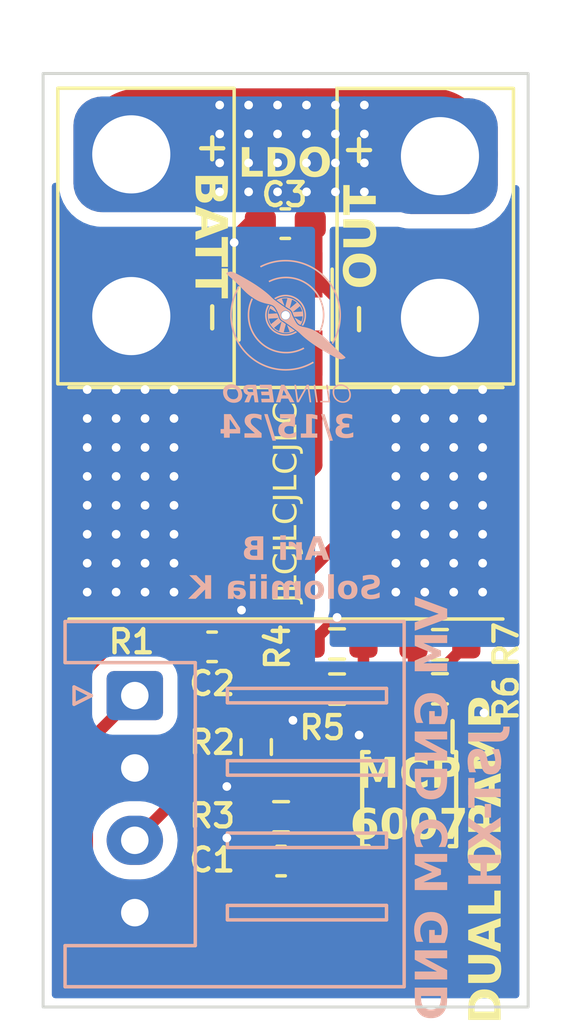
<source format=kicad_pcb>
(kicad_pcb (version 20221018) (generator pcbnew)
  (layers (0 "F.Cu" signal) (31 "B.Cu" signal) (34 "B.Paste" user) (35 "F.Paste" user) (36 "B.SilkS" user "B.Silkscreen") (37 "F.SilkS" user "F.Silkscreen") (38 "B.Mask" user) (39 "F.Mask" user) (44 "Edge.Cuts" user))
  (net 0 "")
  (net 1 "/BATT")
  (net 2 "/GND")
  (net 5 "/3V3")
  (net 6 "/VDIV")
  (net 7 "/GND2")
  (net 8 "/VM")
  (net 9 "/CM")
  (net 10 "Net-(MCP6007T1---Pad2)")
  (net 11 "Net-(MCP6007T1-+-Pad3)")
  (footprint "PMB:Power" (layer "F.Cu") (at 162.307125 84.89819)
    (fp_text reference "OUT1" hide)
    (fp_text value "10AWG_1x02")
    (fp_text user "+" (at -2.286 -2.286 90 unlocked) (layer "F.SilkS") (effects (justify left bottom)))
    (fp_text user "-" (at -2.286 3.556 90 unlocked) (layer "F.SilkS") (effects (justify left bottom)))
    (pad "1" thru_hole roundrect (at 0 -2.794) (size 4 4) (drill 2.7) (layers "*.Cu" "*.Mask") (net 1 "/BATT"))
    (pad "2" thru_hole roundrect (at 0 2.794) (size 4 4) (drill 2.7) (layers "*.Cu" "*.Mask") (net 7 "/GND2"))
  )
  (footprint "Package_SO:TSSOP-8_3x3mm_P0.65mm" (layer "F.Cu") (at 161.243194 104.323104 -90)
    (fp_text reference "MCP6007T1" hide)
    (fp_text value "~")
    (pad "1" smd rect (at -2.15 -0.975 270) (size 1.1 0.4) (layers "F.Cu" "F.Paste" "F.Mask") (net 9 "/CM"))
    (pad "2" smd rect (at -2.15 -0.325 270) (size 1.1 0.4) (layers "F.Cu" "F.Paste" "F.Mask") (net 10 "Net-(MCP6007T1---Pad2)"))
    (pad "3" smd rect (at -2.15 0.325 270) (size 1.1 0.4) (layers "F.Cu" "F.Paste" "F.Mask") (net 11 "Net-(MCP6007T1-+-Pad3)"))
    (pad "4" smd rect (at -2.15 0.975 270) (size 1.1 0.4) (layers "F.Cu" "F.Paste" "F.Mask") (net 2 "/GND"))
    (pad "5" smd rect (at 2.15 0.975 270) (size 1.1 0.4) (layers "F.Cu" "F.Paste" "F.Mask") (net 6 "/VDIV"))
    (pad "6" smd rect (at 2.15 0.325 270) (size 1.1 0.4) (layers "F.Cu" "F.Paste" "F.Mask") (net 8 "/VM"))
    (pad "7" smd rect (at 2.15 -0.325 270) (size 1.1 0.4) (layers "F.Cu" "F.Paste" "F.Mask") (net 8 "/VM"))
    (pad "8" smd rect (at 2.15 -0.975 270) (size 1.1 0.4) (layers "F.Cu" "F.Paste" "F.Mask") (net 5 "/3V3"))
  )
  (footprint "Resistor_SMD:R_0603_1608Metric_Pad0.98x0.95mm_HandSolder" (layer "F.Cu") (at 162.306 100.510296 180)
    (fp_text reference "R6" (at -2.286 -0.327704 90) (layer "F.SilkS") (effects (font (size 0.8 0.8))))
    (fp_text value "10k")
    (pad "1" smd roundrect (at -0.9125 0 180) (size 0.975 0.95) (layers "F.Cu" "F.Paste" "F.Mask") (net 2 "/GND"))
    (pad "2" smd roundrect (at 0.9125 0 180) (size 0.975 0.95) (layers "F.Cu" "F.Paste" "F.Mask") (net 10 "Net-(MCP6007T1---Pad2)"))
  )
  (footprint "Resistor_SMD:R_0603_1608Metric_Pad0.98x0.95mm_HandSolder" (layer "F.Cu") (at 158.75 100.519965 180)
    (fp_text reference "R5" (at 0.508 -1.334035) (layer "F.SilkS") (effects (font (size 0.8 0.8))))
    (fp_text value "620k")
    (pad "1" smd roundrect (at -0.9125 0 180) (size 0.975 0.95) (layers "F.Cu" "F.Paste" "F.Mask") (net 11 "Net-(MCP6007T1-+-Pad3)"))
    (pad "2" smd roundrect (at 0.9125 0 180) (size 0.975 0.95) (layers "F.Cu" "F.Paste" "F.Mask") (net 2 "/GND"))
  )
  (footprint "PMB:6030_15075Metric_Pad4.20x7.60mm_HandSolder" (layer "F.Cu") (at 156.982862 94.099085 180)
    (fp_text reference "R1" (at 5.334 -4.786 unlocked) (layer "F.SilkS") (effects (font (size 0.8 0.8))))
    (fp_text value "0.0002")
    (pad "1" smd roundrect (at -5.334 0 180) (size 4.2 7.6) (layers "F.Cu" "F.Paste" "F.Mask") (roundrect_rratio 0.151515) (net 7 "/GND2"))
    (pad "1" smd roundrect (at -5.334 0) (size 4.2 7.6) (layers "B.Cu" "B.Paste" "B.Mask") (roundrect_rratio 0.151515) (net 7 "/GND2"))
    (pad "2" smd roundrect (at 5.334 0 180) (size 4.2 7.6) (layers "F.Cu" "F.Paste" "F.Mask") (roundrect_rratio 0.151515) (net 2 "/GND"))
    (pad "2" smd roundrect (at 5.334 0) (size 4.2 7.6) (layers "B.Cu" "B.Paste" "B.Mask") (roundrect_rratio 0.151515) (net 2 "/GND"))
  )
  (footprint "Capacitor_SMD:C_0603_1608Metric_Pad1.08x0.95mm_HandSolder" (layer "F.Cu") (at 156.815446 106.462861 180)
    (fp_text reference "C1" (at 2.383446 0.036861 180) (layer "F.SilkS") (effects (font (size 0.8 0.8))))
    (fp_text value "10uF")
    (pad "1" smd roundrect (at -0.8625 0 180) (size 1.075 0.95) (layers "F.Cu" "F.Paste" "F.Mask") (net 6 "/VDIV"))
    (pad "2" smd roundrect (at 0.8625 0 180) (size 1.075 0.95) (layers "F.Cu" "F.Paste" "F.Mask") (net 2 "/GND"))
  )
  (footprint "Resistor_SMD:R_0603_1608Metric_Pad0.98x0.95mm_HandSolder" (layer "F.Cu") (at 155.956 102.522411 -90)
    (fp_text reference "R2" (at -0.160411 1.524) (layer "F.SilkS") (effects (font (size 0.8 0.8))))
    (fp_text value "180k")
    (pad "1" smd roundrect (at -0.9125 0 270) (size 0.975 0.95) (layers "F.Cu" "F.Paste" "F.Mask") (net 1 "/BATT"))
    (pad "2" smd roundrect (at 0.9125 0 270) (size 0.975 0.95) (layers "F.Cu" "F.Paste" "F.Mask") (net 6 "/VDIV"))
  )
  (footprint "Resistor_SMD:R_0603_1608Metric_Pad0.98x0.95mm_HandSolder" (layer "F.Cu") (at 158.75 98.961485)
    (fp_text reference "R4" (at -2.056568 0.098515 -90) (layer "F.SilkS") (effects (font (size 0.8 0.8))))
    (fp_text value "10k")
    (pad "1" smd roundrect (at -0.9125 0) (size 0.975 0.95) (layers "F.Cu" "F.Paste" "F.Mask") (net 7 "/GND2"))
    (pad "2" smd roundrect (at 0.9125 0) (size 0.975 0.95) (layers "F.Cu" "F.Paste" "F.Mask") (net 11 "Net-(MCP6007T1-+-Pad3)"))
  )
  (footprint "Capacitor_SMD:C_0603_1608Metric_Pad1.08x0.95mm_HandSolder" (layer "F.Cu") (at 154.432 99.06 180)
    (fp_text reference "C2" (at 0 -1.27 180) (layer "F.SilkS") (effects (font (size 0.8 0.8))))
    (fp_text value "10uF")
    (pad "1" smd roundrect (at -0.8625 0 180) (size 1.075 0.95) (layers "F.Cu" "F.Paste" "F.Mask") (net 2 "/GND"))
    (pad "2" smd roundrect (at 0.8625 0 180) (size 1.075 0.95) (layers "F.Cu" "F.Paste" "F.Mask") (net 5 "/3V3"))
  )
  (footprint "Capacitor_SMD:C_0603_1608Metric_Pad1.08x0.95mm_HandSolder" (layer "F.Cu") (at 156.961349 84.436857 180)
    (fp_text reference "C3" (at 0.028755 1.002547 180) (layer "F.SilkS") (effects (font (size 0.8 0.8))))
    (fp_text value "1uF")
    (pad "1" smd roundrect (at -0.8625 0 180) (size 1.075 0.95) (layers "F.Cu" "F.Paste" "F.Mask") (net 1 "/BATT"))
    (pad "2" smd roundrect (at 0.8625 0 180) (size 1.075 0.95) (layers "F.Cu" "F.Paste" "F.Mask") (net 2 "/GND"))
  )
  (footprint "Resistor_SMD:R_0603_1608Metric_Pad0.98x0.95mm_HandSolder" (layer "F.Cu") (at 162.306 98.986296)
    (fp_text reference "R7" (at 2.286 0 90) (layer "F.SilkS") (effects (font (size 0.8 0.8))))
    (fp_text value "620k")
    (pad "1" smd roundrect (at -0.9125 0) (size 0.975 0.95) (layers "F.Cu" "F.Paste" "F.Mask") (net 10 "Net-(MCP6007T1---Pad2)"))
    (pad "2" smd roundrect (at 0.9125 0) (size 0.975 0.95) (layers "F.Cu" "F.Paste" "F.Mask") (net 9 "/CM"))
  )
  (footprint "Package_TO_SOT_SMD:SOT-23-5_HandSoldering" (layer "F.Cu") (at 156.970611 87.558619 -90)
    (fp_text reference "AP7387-33W5-1" hide)
    (fp_text value "~")
    (pad "1" smd rect (at -1.35 -0.95 270) (size 1.56 0.65) (layers "F.Cu" "F.Paste" "F.Mask") (net 1 "/BATT"))
    (pad "2" smd rect (at -1.35 0 270) (size 1.56 0.65) (layers "F.Cu" "F.Paste" "F.Mask") (net 2 "/GND"))
    (pad "3" smd rect (at -1.35 0.95 270) (size 1.56 0.65) (layers "F.Cu" "F.Paste" "F.Mask"))
    (pad "4" smd rect (at 1.35 0.95 270) (size 1.56 0.65) (layers "F.Cu" "F.Paste" "F.Mask"))
    (pad "5" smd rect (at 1.35 -0.95 270) (size 1.56 0.65) (layers "F.Cu" "F.Paste" "F.Mask") (net 5 "/3V3"))
  )
  (footprint "PMB:Power" (layer "F.Cu") (at 151.638 84.836 180)
    (fp_text reference "BATT1" hide)
    (fp_text value "10AWG_1x02")
    (fp_text user "+" (at -2.286 2.286 270 unlocked) (layer "F.SilkS") (effects (justify right bottom)))
    (fp_text user "-" (at -2.286 -3.556 270 unlocked) (layer "F.SilkS") (effects (justify right bottom)))
    (pad "1" thru_hole roundrect (at 0 -2.794 180) (size 4 4) (drill 2.7) (layers "*.Cu" "*.Mask") (net 2 "/GND"))
    (pad "2" thru_hole roundrect (at 0 2.794 180) (size 4 4) (drill 2.7) (layers "*.Cu" "*.Mask") (net 1 "/BATT"))
  )
  (footprint "Resistor_SMD:R_0603_1608Metric_Pad0.98x0.95mm_HandSolder" (layer "F.Cu") (at 156.815509 104.933175 180)
    (fp_text reference "R3" (at 2.383509 0.031175 180) (layer "F.SilkS") (effects (font (size 0.8 0.8))))
    (fp_text value "10k")
    (pad "1" smd roundrect (at -0.9125 0 180) (size 0.975 0.95) (layers "F.Cu" "F.Paste" "F.Mask") (net 6 "/VDIV"))
    (pad "2" smd roundrect (at 0.9125 0 180) (size 0.975 0.95) (layers "F.Cu" "F.Paste" "F.Mask") (net 2 "/GND"))
  )
  (footprint "Connector_JST:JST_XH_S4B-XH-A_1x04_P2.50mm_Horizontal" (layer "B.Cu") (at 151.759554 100.745813 -90)
    (fp_text reference "J1" hide)
    (fp_text value "JST_XH_04")
    (pad "1" thru_hole roundrect (at 0 0 270) (size 1.7 1.95) (drill 0.95) (layers "*.Cu" "*.Mask") (roundrect_rratio 0.147059) (net 8 "/VM"))
    (pad "2" thru_hole oval (at 2.5 0 270) (size 1.7 1.95) (drill 0.95) (layers "*.Cu" "*.Mask") (net 2 "/GND"))
    (pad "3" thru_hole oval (at 5 0 270) (size 1.7 1.95) (drill 0.95) (layers "*.Cu" "*.Mask") (net 9 "/CM"))
    (pad "4" thru_hole oval (at 7.5 0 270) (size 1.7 1.95) (drill 0.95) (layers "*.Cu" "*.Mask") (net 2 "/GND"))
  )
  (footprint "LOGO" (layer "B.Cu") (at 157.058943 88.665745 180)
    (fp_text reference "G***" hide)
    (fp_text value "LOGO" hide)
  )
  (gr_rect (start 148.59 79.248) (end 165.354 111.506) (stroke (width 0.1)) (fill none) (layer "Edge.Cuts"))
  (gr_text "Ari B\nSolomiia K" (at 156.972 97.536) (layer "B.SilkS") (effects (font (size 0.8 0.8) (thickness 0.2) bold) (justify bottom mirror)))
  (gr_text "3/15/24" (at 157.029506 91.969741) (layer "B.SilkS") (effects (font (size 0.8 0.8) (thickness 0.16) bold) (justify bottom mirror)))
  (gr_text "VM GND CM GND\nJST-XH" (at 164.592 104.648 90) (layer "B.SilkS") (effects (font (size 1.1 1.1) (thickness 0.22) bold) (justify bottom mirror)))
  (gr_text "JLCJLCJLCJLC" (at 157.48 97.536 90) (layer "F.SilkS") (effects (font (size 0.8 0.8)) (justify left bottom)))
  (gr_text "DUAL OPAMP" (at 164.592 106.426 90) (layer "F.SilkS") (effects (font (size 1.1 1.1) (thickness 0.22) bold) (justify bottom)))
  (gr_text "BATT" (at 153.67 84.836 270) (layer "F.SilkS") (effects (font (size 1.1 1.1) (thickness 0.22) bold) (justify bottom)))
  (gr_text "OUT" (at 160.275125 84.89819 90) (layer "F.SilkS") (effects (font (size 1.1 1.1) (thickness 0.22) bold) (justify bottom)))
  (gr_text "LDO" (at 156.952297 82.981145) (layer "F.SilkS") (effects (font (size 1 1) (thickness 0.2) bold) (justify bottom)))
  (gr_text "MCP\n6007" (at 161.241395 105.875152) (layer "F.SilkS") (effects (font (size 1.05 1.05) (thickness 0.21) bold) (justify bottom)))
  (segment (start 157.920611 86.208619) (end 157.920611 84.533619) (width 0.65) (layer "F.Cu") (net 1))
  (segment (start 156.464 101.101911) (end 156.464 97.79) (width 0.4) (layer "F.Cu") (net 1))
  (segment (start 157.823849 81.851706) (end 157.734 81.761857) (width 0.4) (layer "F.Cu") (net 1))
  (segment (start 162.025857 81.761857) (end 157.734 81.761857) (width 4) (layer "F.Cu") (net 1))
  (segment (start 157.920611 84.533619) (end 157.823849 84.436857) (width 0.65) (layer "F.Cu") (net 1))
  (segment (start 155.956 101.609911) (end 156.464 101.101911) (width 0.4) (layer "F.Cu") (net 1))
  (segment (start 159.004 87.292008) (end 157.920611 86.208619) (width 0.4) (layer "F.Cu") (net 1))
  (segment (start 159.004 95.25) (end 159.004 87.292008) (width 0.4) (layer "F.Cu") (net 1))
  (segment (start 151.918143 81.761857) (end 151.638 82.042) (width 4) (layer "F.Cu") (net 1))
  (segment (start 162.306 82.042) (end 162.025857 81.761857) (width 4) (layer "F.Cu") (net 1))
  (segment (start 157.823849 84.436857) (end 157.823849 81.851706) (width 0.4) (layer "F.Cu") (net 1))
  (segment (start 156.464 97.79) (end 159.004 95.25) (width 0.4) (layer "F.Cu") (net 1))
  (segment (start 157.734 81.761857) (end 151.918143 81.761857) (width 4) (layer "F.Cu") (net 1))
  (via (at 154.693417 83.337912) (size 0.6) (drill 0.3) (layers "F.Cu" "B.Cu") (net 1))
  (via (at 157.693417 83.337912) (size 0.6) (drill 0.3) (layers "F.Cu" "B.Cu") (net 1))
  (via (at 156.693417 81.337912) (size 0.6) (drill 0.3) (layers "F.Cu" "B.Cu") (net 1))
  (via (at 159.693417 80.337912) (size 0.6) (drill 0.3) (layers "F.Cu" "B.Cu") (net 1))
  (via (at 158.693417 80.337912) (size 0.6) (drill 0.3) (layers "F.Cu" "B.Cu") (net 1))
  (via (at 159.693417 83.337912) (size 0.6) (drill 0.3) (layers "F.Cu" "B.Cu") (net 1))
  (via (at 159.693417 81.337912) (size 0.6) (drill 0.3) (layers "F.Cu" "B.Cu") (net 1))
  (via (at 159.693417 82.337912) (size 0.6) (drill 0.3) (layers "F.Cu" "B.Cu") (net 1))
  (via (at 155.693417 80.337912) (size 0.6) (drill 0.3) (layers "F.Cu" "B.Cu") (net 1))
  (via (at 158.693417 82.337912) (size 0.6) (drill 0.3) (layers "F.Cu" "B.Cu") (net 1))
  (via (at 157.693417 80.337912) (size 0.6) (drill 0.3) (layers "F.Cu" "B.Cu") (net 1))
  (via (at 157.693417 82.337912) (size 0.6) (drill 0.3) (layers "F.Cu" "B.Cu") (net 1))
  (via (at 156.693417 82.337912) (size 0.6) (drill 0.3) (layers "F.Cu" "B.Cu") (net 1))
  (via (at 155.693417 82.337912) (size 0.6) (drill 0.3) (layers "F.Cu" "B.Cu") (net 1))
  (via (at 155.693417 81.337912) (size 0.6) (drill 0.3) (layers "F.Cu" "B.Cu") (net 1))
  (via (at 154.693417 80.337912) (size 0.6) (drill 0.3) (layers "F.Cu" "B.Cu") (net 1))
  (via (at 155.693417 83.337912) (size 0.6) (drill 0.3) (layers "F.Cu" "B.Cu") (net 1))
  (via (at 158.693417 81.337912) (size 0.6) (drill 0.3) (layers "F.Cu" "B.Cu") (net 1))
  (via (at 154.693417 82.337912) (size 0.6) (drill 0.3) (layers "F.Cu" "B.Cu") (net 1))
  (via (at 157.693417 81.337912) (size 0.6) (drill 0.3) (layers "F.Cu" "B.Cu") (net 1))
  (via (at 156.693417 80.337912) (size 0.6) (drill 0.3) (layers "F.Cu" "B.Cu") (net 1))
  (via (at 156.693417 83.337912) (size 0.6) (drill 0.3) (layers "F.Cu" "B.Cu") (net 1))
  (via (at 154.693417 81.337912) (size 0.6) (drill 0.3) (layers "F.Cu" "B.Cu") (net 1))
  (via (at 158.693417 83.337912) (size 0.6) (drill 0.3) (layers "F.Cu" "B.Cu") (net 1))
  (segment (start 162.306 82.042) (end 151.638 82.042) (width 4) (layer "B.Cu") (net 1))
  (segment (start 155.2945 97.9435) (end 155.2945 99.06) (width 0.65) (layer "F.Cu") (net 2))
  (segment (start 160.20309 102.108) (end 160.268194 102.173104) (width 0.4) (layer "F.Cu") (net 2))
  (segment (start 154.94 105.664) (end 155.738861 106.462861) (width 0.4) (layer "F.Cu") (net 2))
  (segment (start 157.8375 100.9885) (end 157.8375 100.519965) (width 0.65) (layer "F.Cu") (net 2))
  (segment (start 155.448 97.79) (end 155.2945 97.9435) (width 0.65) (layer "F.Cu") (net 2))
  (segment (start 155.738861 106.462861) (end 155.952946 106.462861) (width 0.4) (layer "F.Cu") (net 2))
  (segment (start 163.83 101.346) (end 163.2185 100.7345) (width 0.4) (layer "F.Cu") (net 2))
  (segment (start 155.952946 104.983112) (end 155.903009 104.933175) (width 0.4) (layer "F.Cu") (net 2))
  (segment (start 154.94 103.970166) (end 155.903009 104.933175) (width 0.4) (layer "F.Cu") (net 2))
  (segment (start 151.638 94.088223) (end 151.648862 94.099085) (width 4) (layer "F.Cu") (net 2))
  (segment (start 156.972 87.603619) (end 156.972 87.10747) (width 0.65) (layer "F.Cu") (net 2))
  (segment (start 151.638 87.63) (end 151.638 94.088223) (width 4) (layer "F.Cu") (net 2))
  (segment (start 157.226 101.6) (end 157.8375 100.9885) (width 0.65) (layer "F.Cu") (net 2))
  (segment (start 154.94 103.886) (end 154.94 103.970166) (width 0.4) (layer "F.Cu") (net 2))
  (segment (start 159.512 102.108) (end 160.20309 102.108) (width 0.4) (layer "F.Cu") (net 2))
  (segment (start 156.970611 87.106081) (end 156.970611 86.208619) (width 0.65) (layer "F.Cu") (net 2))
  (segment (start 155.847143 84.436857) (end 155.194 85.09) (width 0.65) (layer "F.Cu") (net 2))
  (segment (start 156.972 87.10747) (end 156.970611 87.106081) (width 0.65) (layer "F.Cu") (net 2))
  (segment (start 156.098849 84.436857) (end 155.847143 84.436857) (width 0.65) (layer "F.Cu") (net 2))
  (segment (start 163.2185 100.7345) (end 163.2185 100.510296) (width 0.4) (layer "F.Cu") (net 2))
  (via (at 152.114 90.17) (size 0.6) (drill 0.3) (layers "F.Cu" "B.Cu") (net 2))
  (via (at 151.114 93.17) (size 0.6) (drill 0.3) (layers "F.Cu" "B.Cu") (net 2))
  (via (at 153.114 93.17) (size 0.6) (drill 0.3) (layers "F.Cu" "B.Cu") (net 2))
  (via (at 150.114 97.17) (size 0.6) (drill 0.3) (layers "F.Cu" "B.Cu") (net 2))
  (via (at 152.114 92.17) (size 0.6) (drill 0.3) (layers "F.Cu" "B.Cu") (net 2))
  (via (at 154.94 105.664) (size 0.6) (drill 0.3) (layers "F.Cu" "B.Cu") (net 2))
  (via (at 151.114 97.17) (size 0.6) (drill 0.3) (layers "F.Cu" "B.Cu") (net 2))
  (via (at 150.114 92.17) (size 0.6) (drill 0.3) (layers "F.Cu" "B.Cu") (net 2))
  (via (at 151.114 91.17) (size 0.6) (drill 0.3) (layers "F.Cu" "B.Cu") (net 2))
  (via (at 151.114 96.17) (size 0.6) (drill 0.3) (layers "F.Cu" "B.Cu") (net 2))
  (via (at 157.226 101.6) (size 0.6) (drill 0.3) (layers "F.Cu" "B.Cu") (net 2))
  (via (at 156.972 87.603619) (size 0.6) (drill 0.3) (layers "F.Cu" "B.Cu") (net 2))
  (via (at 152.114 95.17) (size 0.6) (drill 0.3) (layers "F.Cu" "B.Cu") (net 2))
  (via (at 150.114 91.17) (size 0.6) (drill 0.3) (layers "F.Cu" "B.Cu") (net 2))
  (via (at 151.114 94.17) (size 0.6) (drill 0.3) (layers "F.Cu" "B.Cu") (net 2))
  (via (at 150.114 93.17) (size 0.6) (drill 0.3) (layers "F.Cu" "B.Cu") (net 2))
  (via (at 154.94 103.886) (size 0.6) (drill 0.3) (layers "F.Cu" "B.Cu") (net 2))
  (via (at 159.512 102.108) (size 0.6) (drill 0.3) (layers "F.Cu" "B.Cu") (net 2))
  (via (at 150.114 90.17) (size 0.6) (drill 0.3) (layers "F.Cu" "B.Cu") (net 2))
  (via (at 152.114 93.17) (size 0.6) (drill 0.3) (layers "F.Cu" "B.Cu") (net 2))
  (via (at 153.114 94.17) (size 0.6) (drill 0.3) (layers "F.Cu" "B.Cu") (net 2))
  (via (at 153.114 97.17) (size 0.6) (drill 0.3) (layers "F.Cu" "B.Cu") (net 2))
  (via (at 155.448 97.79) (size 0.6) (drill 0.3) (layers "F.Cu" "B.Cu") (net 2))
  (via (at 151.114 90.17) (size 0.6) (drill 0.3) (layers "F.Cu" "B.Cu") (net 2))
  (via (at 150.114 96.17) (size 0.6) (drill 0.3) (layers "F.Cu" "B.Cu") (net 2))
  (via (at 153.114 90.17) (size 0.6) (drill 0.3) (layers "F.Cu" "B.Cu") (net 2))
  (via (at 150.114 94.17) (size 0.6) (drill 0.3) (layers "F.Cu" "B.Cu") (net 2))
  (via (at 152.114 96.17) (size 0.6) (drill 0.3) (layers "F.Cu" "B.Cu") (net 2))
  (via (at 151.114 95.17) (size 0.6) (drill 0.3) (layers "F.Cu" "B.Cu") (net 2))
  (via (at 153.114 96.17) (size 0.6) (drill 0.3) (layers "F.Cu" "B.Cu") (net 2))
  (via (at 151.114 92.17) (size 0.6) (drill 0.3) (layers "F.Cu" "B.Cu") (net 2))
  (via (at 153.114 91.17) (size 0.6) (drill 0.3) (layers "F.Cu" "B.Cu") (net 2))
  (via (at 155.194 85.09) (size 0.6) (drill 0.3) (layers "F.Cu" "B.Cu") (net 2))
  (via (at 152.114 91.17) (size 0.6) (drill 0.3) (layers "F.Cu" "B.Cu") (net 2))
  (via (at 163.83 101.346) (size 0.6) (drill 0.3) (layers "F.Cu" "B.Cu") (net 2))
  (via (at 152.114 94.17) (size 0.6) (drill 0.3) (layers "F.Cu" "B.Cu") (net 2))
  (via (at 152.114 97.17) (size 0.6) (drill 0.3) (layers "F.Cu" "B.Cu") (net 2))
  (via (at 153.114 92.17) (size 0.6) (drill 0.3) (layers "F.Cu" "B.Cu") (net 2))
  (via (at 150.114 95.17) (size 0.6) (drill 0.3) (layers "F.Cu" "B.Cu") (net 2))
  (via (at 153.114 95.17) (size 0.6) (drill 0.3) (layers "F.Cu" "B.Cu") (net 2))
  (segment (start 151.638 94.088223) (end 151.638 87.63) (width 4) (layer "B.Cu") (net 2))
  (segment (start 151.648862 94.099085) (end 151.638 94.088223) (width 4) (layer "B.Cu") (net 2))
  (segment (start 151.727947 94.02) (end 151.648862 94.099085) (width 0.65) (layer "B.Cu") (net 2))
  (segment (start 152.964 94.02) (end 151.727947 94.02) (width 0.65) (layer "B.Cu") (net 2))
  (segment (start 153.5695 99.06) (end 150.876 99.06) (width 0.4) (layer "F.Cu") (net 5))
  (segment (start 157.920611 88.908619) (end 157.920611 92.777389) (width 0.65) (layer "F.Cu") (net 5))
  (segment (start 159.004 110.49) (end 162.218194 107.275806) (width 0.4) (layer "F.Cu") (net 5))
  (segment (start 157.920611 92.777389) (end 154.432 96.266) (width 0.65) (layer "F.Cu") (net 5))
  (segment (start 151.043472 110.49) (end 159.004 110.49) (width 0.4) (layer "F.Cu") (net 5))
  (segment (start 154.432 96.266) (end 154.432 98.1975) (width 0.65) (layer "F.Cu") (net 5))
  (segment (start 150.876 99.06) (end 149.514 100.422) (width 0.4) (layer "F.Cu") (net 5))
  (segment (start 162.218194 107.275806) (end 162.218194 106.473104) (width 0.4) (layer "F.Cu") (net 5))
  (segment (start 154.432 98.1975) (end 153.5695 99.06) (width 0.65) (layer "F.Cu") (net 5))
  (segment (start 149.514 100.422) (end 149.514 108.960528) (width 0.4) (layer "F.Cu") (net 5))
  (segment (start 149.514 108.960528) (end 151.043472 110.49) (width 0.4) (layer "F.Cu") (net 5))
  (segment (start 157.677946 106.462861) (end 157.677946 104.983238) (width 0.4) (layer "F.Cu") (net 6))
  (segment (start 159.983139 106.462861) (end 160.02 106.426) (width 0.65) (layer "F.Cu") (net 6))
  (segment (start 157.677946 106.462861) (end 159.983139 106.462861) (width 0.65) (layer "F.Cu") (net 6))
  (segment (start 157.677946 104.983238) (end 157.728009 104.933175) (width 0.4) (layer "F.Cu") (net 6))
  (segment (start 157.728009 104.933175) (end 156.229745 103.434911) (width 0.4) (layer "F.Cu") (net 6))
  (segment (start 160.067104 106.473104) (end 160.02 106.426) (width 0.4) (layer "F.Cu") (net 6))
  (segment (start 160.268194 106.473104) (end 160.067104 106.473104) (width 0.4) (layer "F.Cu") (net 6))
  (segment (start 156.229745 103.434911) (end 155.956 103.434911) (width 0.4) (layer "F.Cu") (net 6))
  (segment (start 162.306 94.088223) (end 162.316862 94.099085) (width 4) (layer "F.Cu") (net 7))
  (segment (start 162.316862 94.099085) (end 162.237777 94.02) (width 0.65) (layer "F.Cu") (net 7))
  (segment (start 162.306 87.63) (end 162.306 88.646) (width 4) (layer "F.Cu") (net 7))
  (segment (start 162.306 87.63) (end 162.306 94.088223) (width 4) (layer "F.Cu") (net 7))
  (segment (start 162.237777 94.02) (end 161.758 94.02) (width 0.65) (layer "F.Cu") (net 7))
  (segment (start 157.866899 98.990884) (end 157.8375 98.961485) (width 0.4) (layer "F.Cu") (net 7))
  (segment (start 157.8375 98.9565) (end 158.75 98.044) (width 0.4) (layer "F.Cu") (net 7))
  (segment (start 157.8375 98.961485) (end 157.8375 98.9565) (width 0.4) (layer "F.Cu") (net 7))
  (via (at 163.782 93.17) (size 0.6) (drill 0.3) (layers "F.Cu" "B.Cu") (net 7))
  (via (at 160.782 91.17) (size 0.6) (drill 0.3) (layers "F.Cu" "B.Cu") (net 7))
  (via (at 163.782 97.17) (size 0.6) (drill 0.3) (layers "F.Cu" "B.Cu") (net 7))
  (via (at 162.782 92.17) (size 0.6) (drill 0.3) (layers "F.Cu" "B.Cu") (net 7))
  (via (at 163.782 90.17) (size 0.6) (drill 0.3) (layers "F.Cu" "B.Cu") (net 7))
  (via (at 161.782 94.17) (size 0.6) (drill 0.3) (layers "F.Cu" "B.Cu") (net 7))
  (via (at 160.782 94.17) (size 0.6) (drill 0.3) (layers "F.Cu" "B.Cu") (net 7))
  (via (at 161.782 97.17) (size 0.6) (drill 0.3) (layers "F.Cu" "B.Cu") (net 7))
  (via (at 161.782 95.17) (size 0.6) (drill 0.3) (layers "F.Cu" "B.Cu") (net 7))
  (via (at 163.782 94.17) (size 0.6) (drill 0.3) (layers "F.Cu" "B.Cu") (net 7))
  (via (at 160.782 90.17) (size 0.6) (drill 0.3) (layers "F.Cu" "B.Cu") (net 7))
  (via (at 161.782 93.17) (size 0.6) (drill 0.3) (layers "F.Cu" "B.Cu") (net 7))
  (via (at 160.782 92.17) (size 0.6) (drill 0.3) (layers "F.Cu" "B.Cu") (net 7))
  (via (at 160.782 93.17) (size 0.6) (drill 0.3) (layers "F.Cu" "B.Cu") (net 7))
  (via (at 162.782 96.17) (size 0.6) (drill 0.3) (layers "F.Cu" "B.Cu") (net 7))
  (via (at 161.782 96.17) (size 0.6) (drill 0.3) (layers "F.Cu" "B.Cu") (net 7))
  (via (at 163.782 96.17) (size 0.6) (drill 0.3) (layers "F.Cu" "B.Cu") (net 7))
  (via (at 160.782 95.17) (size 0.6) (drill 0.3) (layers "F.Cu" "B.Cu") (net 7))
  (via (at 163.782 95.17) (size 0.6) (drill 0.3) (layers "F.Cu" "B.Cu") (net 7))
  (via (at 158.75 98.044) (size 0.6) (drill 0.3) (layers "F.Cu" "B.Cu") (net 7))
  (via (at 163.782 92.17) (size 0.6) (drill 0.3) (layers "F.Cu" "B.Cu") (net 7))
  (via (at 162.782 93.17) (size 0.6) (drill 0.3) (layers "F.Cu" "B.Cu") (net 7))
  (via (at 162.782 95.17) (size 0.6) (drill 0.3) (layers "F.Cu" "B.Cu") (net 7))
  (via (at 162.782 94.17) (size 0.6) (drill 0.3) (layers "F.Cu" "B.Cu") (net 7))
  (via (at 163.782 91.17) (size 0.6) (drill 0.3) (layers "F.Cu" "B.Cu") (net 7))
  (via (at 161.782 92.17) (size 0.6) (drill 0.3) (layers "F.Cu" "B.Cu") (net 7))
  (via (at 162.782 97.17) (size 0.6) (drill 0.3) (layers "F.Cu" "B.Cu") (net 7))
  (via (at 161.782 91.17) (size 0.6) (drill 0.3) (layers "F.Cu" "B.Cu") (net 7))
  (via (at 160.782 96.17) (size 0.6) (drill 0.3) (layers "F.Cu" "B.Cu") (net 7))
  (via (at 160.782 97.17) (size 0.6) (drill 0.3) (layers "F.Cu" "B.Cu") (net 7))
  (via (at 161.782 90.17) (size 0.6) (drill 0.3) (layers "F.Cu" "B.Cu") (net 7))
  (via (at 162.782 91.17) (size 0.6) (drill 0.3) (layers "F.Cu" "B.Cu") (net 7))
  (via (at 162.782 90.17) (size 0.6) (drill 0.3) (layers "F.Cu" "B.Cu") (net 7))
  (segment (start 162.316862 94.099085) (end 162.306 94.088223) (width 4) (layer "B.Cu") (net 7))
  (segment (start 162.306 94.088223) (end 162.306 87.63) (width 4) (layer "B.Cu") (net 7))
  (segment (start 158.328984 109.728) (end 151.13 109.728) (width 0.4) (layer "F.Cu") (net 8))
  (segment (start 160.918194 106.473104) (end 161.568194 106.473104) (width 0.4) (layer "F.Cu") (net 8))
  (segment (start 151.13 109.728) (end 150.114 108.712) (width 0.4) (layer "F.Cu") (net 8))
  (segment (start 160.918194 107.13879) (end 158.328984 109.728) (width 0.4) (layer "F.Cu") (net 8))
  (segment (start 150.114 108.712) (end 150.114 102.391367) (width 0.4) (layer "F.Cu") (net 8))
  (segment (start 150.114 102.391367) (end 151.759554 100.745813) (width 0.4) (layer "F.Cu") (net 8))
  (segment (start 160.918194 106.473104) (end 160.918194 107.13879) (width 0.4) (layer "F.Cu") (net 8))
  (segment (start 162.218194 102.173104) (end 162.281 102.110298) (width 0.4) (layer "F.Cu") (net 9))
  (segment (start 158.898918 102.510918) (end 155.045082 102.510918) (width 0.4) (layer "F.Cu") (net 9))
  (segment (start 159.766 103.378) (end 158.898918 102.510918) (width 0.4) (layer "F.Cu") (net 9))
  (segment (start 153.133307 104.37206) (end 151.759554 105.745813) (width 0.4) (layer "F.Cu") (net 9))
  (segment (start 161.865492 103.378) (end 159.766 103.378) (width 0.4) (layer "F.Cu") (net 9))
  (segment (start 162.9645 98.986296) (end 162.953217 98.997579) (width 0.4) (layer "F.Cu") (net 9))
  (segment (start 162.281 102.110298) (end 162.281 99.923796) (width 0.4) (layer "F.Cu") (net 9))
  (segment (start 162.218194 102.173104) (end 162.218194 103.025298) (width 0.4) (layer "F.Cu") (net 9))
  (segment (start 163.2185 98.986296) (end 162.9645 98.986296) (width 0.4) (layer "F.Cu") (net 9))
  (segment (start 155.045082 102.510918) (end 153.18394 104.37206) (width 0.4) (layer "F.Cu") (net 9))
  (segment (start 153.18394 104.37206) (end 153.133307 104.37206) (width 0.4) (layer "F.Cu") (net 9))
  (segment (start 162.281 99.923796) (end 163.2185 98.986296) (width 0.4) (layer "F.Cu") (net 9))
  (segment (start 162.218194 103.025298) (end 161.865492 103.378) (width 0.4) (layer "F.Cu") (net 9))
  (segment (start 161.568194 100.68499) (end 161.3935 100.510296) (width 0.4) (layer "F.Cu") (net 10))
  (segment (start 161.568194 102.173104) (end 161.568194 100.68499) (width 0.4) (layer "F.Cu") (net 10))
  (segment (start 161.3935 100.510296) (end 161.3935 98.986296) (width 0.4) (layer "F.Cu") (net 10))
  (segment (start 160.918194 101.482194) (end 160.918194 102.173104) (width 0.4) (layer "F.Cu") (net 11))
  (segment (start 159.6625 98.961485) (end 159.6625 100.519965) (width 0.4) (layer "F.Cu") (net 11))
  (segment (start 160.918194 101.482194) (end 159.955965 100.519965) (width 0.4) (layer "F.Cu") (net 11))
  (segment (start 159.955965 100.519965) (end 159.6625 100.519965) (width 0.4) (layer "F.Cu") (net 11))
  (zone (net 7) (net_name "/GND2") (layer "B.Cu") (connect_pads yes (clearance 0.5)) (min_thickness 0.25) (fill yes (thermal_gap 0.5) (thermal_bridge_width 0.5))
    (polygon (pts (xy 157.988 79.248) (xy 165.354 79.248) (xy 165.354 99.568) (xy 157.988 99.568)))
  )
  (zone (net 2) (net_name "/GND") (layer "B.Cu") (connect_pads yes (clearance 0.5)) (min_thickness 0.25) (fill yes (thermal_gap 0.5) (thermal_bridge_width 0.5))
    (polygon (pts (xy 165.354 99.568) (xy 157.988 99.568) (xy 157.988 79.248) (xy 148.59 79.248) (xy 148.59 111.506) (xy 165.354 111.506)))
  )
)
</source>
